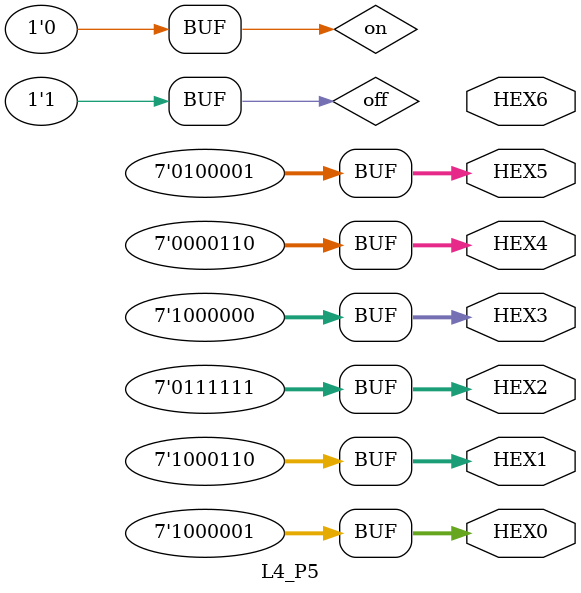
<source format=v>


module L4_P5(

	//////////// SEG7 //////////
	output [6:0]HEX0,
	output [6:0]HEX1,
	output [6:0]HEX2,
	output [6:0]HEX3,
	output [6:0]HEX4,
	output [6:0]HEX5,
	output [6:0]HEX6
);

//=======================================================
//  REG/WIRE declarations
//=======================================================

	wire on, off;
	assign on = 5'b0; // backwards because the 7-seg displays are weird...idk
	assign off = !on;


//=======================================================
//  Structural coding
//=======================================================
	// Displays a crude "dE0-CV"
	assign HEX5[0] = off;
	assign HEX5[1] = on;
	assign HEX5[2] = on;
	assign HEX5[3] = on;
	assign HEX5[4] = on;
	assign HEX5[5] = off;
	assign HEX5[6] = on;
	
	assign HEX4[0] = on;
	assign HEX4[1] = off;
	assign HEX4[2] = off;
	assign HEX4[3] = on;
	assign HEX4[4] = on;
	assign HEX4[5] = on;
	assign HEX4[6] = on;
	
	assign HEX3[0] = on;
	assign HEX3[1] = on;
	assign HEX3[2] = on;
	assign HEX3[3] = on;
	assign HEX3[4] = on;
	assign HEX3[5] = on;
	assign HEX3[6] = off;
	
	assign HEX2[0] = off;
	assign HEX2[1] = off;
	assign HEX2[2] = off;
	assign HEX2[3] = off;
	assign HEX2[4] = off;
	assign HEX2[5] = off;
	assign HEX2[6] = on;
	
	assign HEX1[0] = on;
	assign HEX1[1] = off;
	assign HEX1[2] = off;
	assign HEX1[3] = on;
	assign HEX1[4] = on;
	assign HEX1[5] = on;
	assign HEX1[6] = off;
	
	assign HEX0[0] = off;
	assign HEX0[1] = on;
	assign HEX0[2] = on;
	assign HEX0[3] = on;
	assign HEX0[4] = on;
	assign HEX0[5] = on;
	assign HEX0[6] = off;


endmodule

</source>
